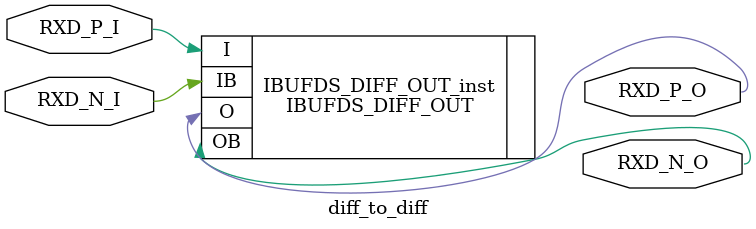
<source format=v>
`timescale 1ns / 1ps


module diff_to_diff(
    input wire RXD_P_I,
    input wire RXD_N_I,
    output wire RXD_P_O,
    output wire RXD_N_O
    );
    
    
    
    
    // IBUFDS_DIFF_OUT : In order to incorporate this function into the design,
    //     Verilog     : the following instance declaration needs to be placed
    //    instance     : in the body of the design code.  The instance name
    //   declaration   : (IBUFDS_DIFF_OUT_inst) and/or the port declarations within the
    //      code       : parenthesis may be changed to properly reference and
    //                 : connect this function to the design.  All inputs
    //                 : and outputs must be connected.
    
    //  <-----Cut code below this line---->
    
       // IBUFDS_DIFF_OUT: Differential Input Buffer with Differential Output
       //                  Kintex-7
       // Xilinx HDL Language Template, version 2017.4
    
       IBUFDS_DIFF_OUT #(
          .DIFF_TERM("TRUE"),   // Differential Termination, "TRUE"/"FALSE" 
          .IBUF_LOW_PWR("FALSE"), // Low power="TRUE", Highest performance="FALSE" 
          .IOSTANDARD("DEFAULT") // Specify the input I/O standard
       ) IBUFDS_DIFF_OUT_inst (
          .O(RXD_P_O),   // Buffer diff_p output
          .OB(RXD_N_O), // Buffer diff_n output
          .I(RXD_P_I),   // Diff_p buffer input (connect directly to top-level port)
          .IB(RXD_N_I)  // Diff_n buffer input (connect directly to top-level port)
       );
    
       // End of IBUFDS_DIFF_OUT_inst instantiation
                        
                        
                        
endmodule

</source>
